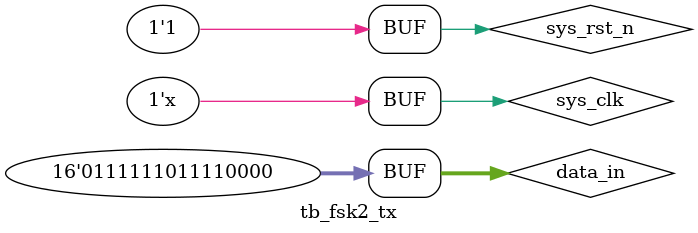
<source format=v>
`timescale 1ns/1ns

module tb_fsk2_tx();

reg sys_clk;
reg sys_rst_n;
reg [15:0] data_in;

wire tx_flag;
wire [15:0] tx;

wire [15:0] filter_wave;
initial begin
    sys_clk = 1'b1;
    sys_rst_n <= 1'b0;
    data_in   <= 16'b0;
    #30
    sys_rst_n <= 1'b1;



    #200
    data_in<= 16'b1111_1110_1100_1000;
    #(50 * 16* 20)

    #400
    data_in<= 16'b0111_1110_1111_0000;

end

always #10 sys_clk = ~sys_clk;


fsk2_tx fsk2_tx_inst(
    .sys_clk     (sys_clk   ),
    .sys_rst_n   (sys_rst_n ),
    .data_in     (data_in   ),

    .tx_flag     (tx_flag   ),
    .tx          (tx        )
);

fir_lowpassfilter fir_lowpassfilter_inst(
    .sys_clk     (sys_clk  ),
    .sys_rst_n   (sys_rst_n),
    .x           (tx       ),
    .y           (filter_wave)
);

endmodule
</source>
